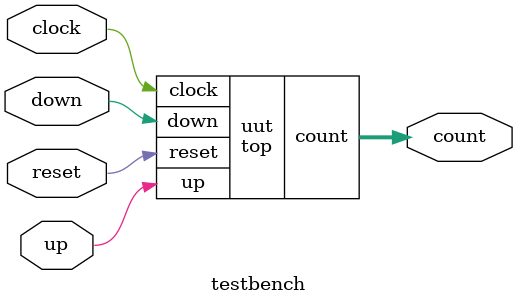
<source format=sv>
module top (
	input clock, reset, up, down,
	output reg [7:0] count
);
	always @(posedge clock) begin
		if (reset)
			count <= 0;
		else if (up)
			count <= count + 1;
		else if (down)
			count <= count - 1;
	end
endmodule

module testbench (
	input clock, reset, up, down,
	output [7:0] count
);
	top uut (
		.clock(clock),
		.reset(reset),
		.up(up),
		.down(down),
		.count(count)
	);

	initial begin
		assume (reset);
	end

	always @(posedge clock) begin
		if (!reset) begin
			if (count == 0)
				assume (!down);
			if (count == 100)
				assume (!up);
			assert (count < 200);
		end
	end
endmodule

</source>
